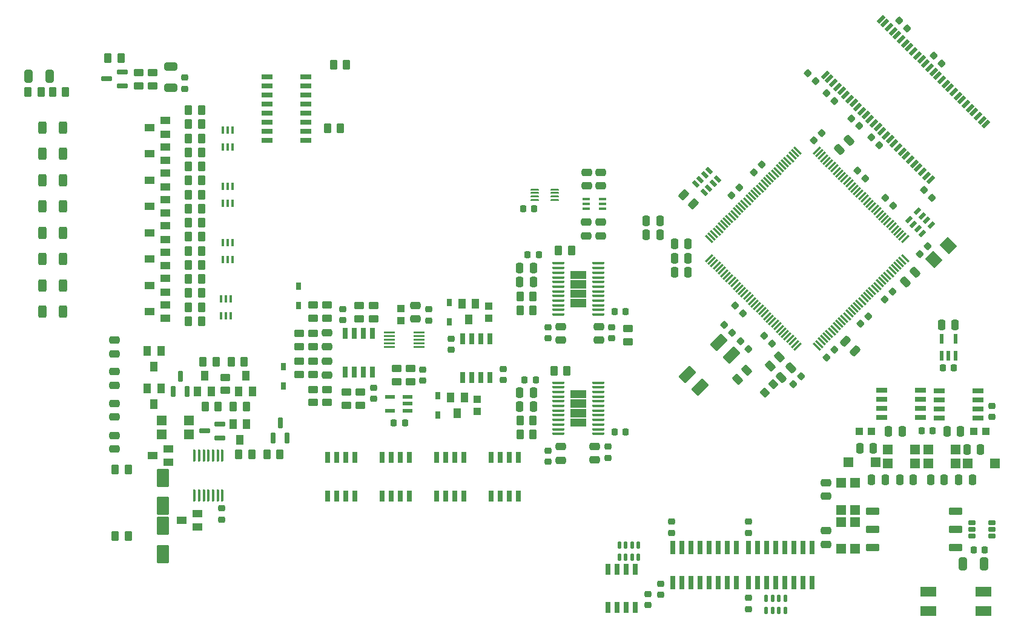
<source format=gbr>
%TF.GenerationSoftware,KiCad,Pcbnew,7.0.10-7.0.10~ubuntu22.04.1*%
%TF.CreationDate,2024-01-19T15:41:50+01:00*%
%TF.ProjectId,EEZ DIB MIO168,45455a20-4449-4422-904d-494f3136382e,r3B1*%
%TF.SameCoordinates,Original*%
%TF.FileFunction,Paste,Top*%
%TF.FilePolarity,Positive*%
%FSLAX46Y46*%
G04 Gerber Fmt 4.6, Leading zero omitted, Abs format (unit mm)*
G04 Created by KiCad (PCBNEW 7.0.10-7.0.10~ubuntu22.04.1) date 2024-01-19 15:41:50*
%MOMM*%
%LPD*%
G01*
G04 APERTURE LIST*
G04 Aperture macros list*
%AMRoundRect*
0 Rectangle with rounded corners*
0 $1 Rounding radius*
0 $2 $3 $4 $5 $6 $7 $8 $9 X,Y pos of 4 corners*
0 Add a 4 corners polygon primitive as box body*
4,1,4,$2,$3,$4,$5,$6,$7,$8,$9,$2,$3,0*
0 Add four circle primitives for the rounded corners*
1,1,$1+$1,$2,$3*
1,1,$1+$1,$4,$5*
1,1,$1+$1,$6,$7*
1,1,$1+$1,$8,$9*
0 Add four rect primitives between the rounded corners*
20,1,$1+$1,$2,$3,$4,$5,0*
20,1,$1+$1,$4,$5,$6,$7,0*
20,1,$1+$1,$6,$7,$8,$9,0*
20,1,$1+$1,$8,$9,$2,$3,0*%
G04 Aperture macros list end*
%ADD10RoundRect,0.250000X0.262500X0.450000X-0.262500X0.450000X-0.262500X-0.450000X0.262500X-0.450000X0*%
%ADD11RoundRect,0.050800X0.249200X-0.724200X0.249200X0.724200X-0.249200X0.724200X-0.249200X-0.724200X0*%
%ADD12RoundRect,0.050800X0.152400X-0.444500X0.152400X0.444500X-0.152400X0.444500X-0.152400X-0.444500X0*%
%ADD13RoundRect,0.250000X-0.312500X-0.625000X0.312500X-0.625000X0.312500X0.625000X-0.312500X0.625000X0*%
%ADD14R,0.762000X1.092200*%
%ADD15RoundRect,0.225000X0.017678X-0.335876X0.335876X-0.017678X-0.017678X0.335876X-0.335876X0.017678X0*%
%ADD16RoundRect,0.250000X-0.250000X-0.475000X0.250000X-0.475000X0.250000X0.475000X-0.250000X0.475000X0*%
%ADD17RoundRect,0.050800X0.649200X-0.449200X0.649200X0.449200X-0.649200X0.449200X-0.649200X-0.449200X0*%
%ADD18RoundRect,0.250000X0.450000X-0.262500X0.450000X0.262500X-0.450000X0.262500X-0.450000X-0.262500X0*%
%ADD19RoundRect,0.225000X-0.250000X0.225000X-0.250000X-0.225000X0.250000X-0.225000X0.250000X0.225000X0*%
%ADD20RoundRect,0.050800X0.724200X0.249200X-0.724200X0.249200X-0.724200X-0.249200X0.724200X-0.249200X0*%
%ADD21RoundRect,0.250000X0.250000X0.475000X-0.250000X0.475000X-0.250000X-0.475000X0.250000X-0.475000X0*%
%ADD22RoundRect,0.060036X0.701964X0.270164X-0.701964X0.270164X-0.701964X-0.270164X0.701964X-0.270164X0*%
%ADD23RoundRect,0.050800X-0.649200X-0.649200X0.649200X-0.649200X0.649200X0.649200X-0.649200X0.649200X0*%
%ADD24RoundRect,0.050800X0.444500X0.152400X-0.444500X0.152400X-0.444500X-0.152400X0.444500X-0.152400X0*%
%ADD25RoundRect,0.250000X-0.262500X-0.450000X0.262500X-0.450000X0.262500X0.450000X-0.262500X0.450000X0*%
%ADD26RoundRect,0.250000X-0.450000X0.262500X-0.450000X-0.262500X0.450000X-0.262500X0.450000X0.262500X0*%
%ADD27RoundRect,0.050800X-0.176777X0.458488X-0.458488X0.176777X0.176777X-0.458488X0.458488X-0.176777X0*%
%ADD28RoundRect,0.050800X0.649200X0.649200X-0.649200X0.649200X-0.649200X-0.649200X0.649200X-0.649200X0*%
%ADD29RoundRect,0.250000X-0.503814X-0.132583X-0.132583X-0.503814X0.503814X0.132583X0.132583X0.503814X0*%
%ADD30RoundRect,0.250000X0.475000X-0.250000X0.475000X0.250000X-0.475000X0.250000X-0.475000X-0.250000X0*%
%ADD31RoundRect,0.050800X0.449200X-0.249200X0.449200X0.249200X-0.449200X0.249200X-0.449200X-0.249200X0*%
%ADD32RoundRect,0.225000X0.250000X-0.225000X0.250000X0.225000X-0.250000X0.225000X-0.250000X-0.225000X0*%
%ADD33RoundRect,0.050800X0.449200X0.649200X-0.449200X0.649200X-0.449200X-0.649200X0.449200X-0.649200X0*%
%ADD34RoundRect,0.250000X-0.475000X0.250000X-0.475000X-0.250000X0.475000X-0.250000X0.475000X0.250000X0*%
%ADD35RoundRect,0.050800X-0.529199X-0.247487X-0.247487X-0.529199X0.529199X0.247487X0.247487X0.529199X0*%
%ADD36RoundRect,0.050800X0.529199X0.247487X0.247487X0.529199X-0.529199X-0.247487X-0.247487X-0.529199X0*%
%ADD37RoundRect,0.250000X0.159099X-0.512652X0.512652X-0.159099X-0.159099X0.512652X-0.512652X0.159099X0*%
%ADD38RoundRect,0.225000X0.225000X0.250000X-0.225000X0.250000X-0.225000X-0.250000X0.225000X-0.250000X0*%
%ADD39RoundRect,0.250000X-0.512652X-0.159099X-0.159099X-0.512652X0.512652X0.159099X0.159099X0.512652X0*%
%ADD40RoundRect,0.250000X0.650000X-0.325000X0.650000X0.325000X-0.650000X0.325000X-0.650000X-0.325000X0*%
%ADD41RoundRect,0.225000X-0.017678X0.335876X-0.335876X0.017678X0.017678X-0.335876X0.335876X-0.017678X0*%
%ADD42RoundRect,0.050800X0.649200X-0.649200X0.649200X0.649200X-0.649200X0.649200X-0.649200X-0.649200X0*%
%ADD43RoundRect,0.050800X1.049200X0.649200X-1.049200X0.649200X-1.049200X-0.649200X1.049200X-0.649200X0*%
%ADD44RoundRect,0.225000X-0.335876X-0.017678X-0.017678X-0.335876X0.335876X0.017678X0.017678X0.335876X0*%
%ADD45RoundRect,0.050800X-0.249200X0.724200X-0.249200X-0.724200X0.249200X-0.724200X0.249200X0.724200X0*%
%ADD46RoundRect,0.050800X0.849200X0.449200X-0.849200X0.449200X-0.849200X-0.449200X0.849200X-0.449200X0*%
%ADD47RoundRect,0.050800X-0.282843X-1.200950X1.200950X0.282843X0.282843X1.200950X-1.200950X-0.282843X0*%
%ADD48RoundRect,0.050800X0.787400X0.127000X-0.787400X0.127000X-0.787400X-0.127000X0.787400X-0.127000X0*%
%ADD49RoundRect,0.050800X-0.800100X1.181100X-0.800100X-1.181100X0.800100X-1.181100X0.800100X1.181100X0*%
%ADD50RoundRect,0.225000X-0.225000X-0.250000X0.225000X-0.250000X0.225000X0.250000X-0.225000X0.250000X0*%
%ADD51RoundRect,0.050800X0.199200X0.449200X-0.199200X0.449200X-0.199200X-0.449200X0.199200X-0.449200X0*%
%ADD52RoundRect,0.024000X0.276000X-0.926000X0.276000X0.926000X-0.276000X0.926000X-0.276000X-0.926000X0*%
%ADD53RoundRect,0.050800X0.499200X-0.449200X0.499200X0.449200X-0.499200X0.449200X-0.499200X-0.449200X0*%
%ADD54RoundRect,0.225000X0.335876X0.017678X0.017678X0.335876X-0.335876X-0.017678X-0.017678X-0.335876X0*%
%ADD55RoundRect,0.050800X0.070711X-1.130239X1.130239X-0.070711X-0.070711X1.130239X-1.130239X0.070711X0*%
%ADD56RoundRect,0.050800X-0.499200X0.449200X-0.499200X-0.449200X0.499200X-0.449200X0.499200X0.449200X0*%
%ADD57RoundRect,0.250000X-0.325000X-0.650000X0.325000X-0.650000X0.325000X0.650000X-0.325000X0.650000X0*%
%ADD58RoundRect,0.060036X0.270164X-0.701964X0.270164X0.701964X-0.270164X0.701964X-0.270164X-0.701964X0*%
%ADD59RoundRect,0.050800X-0.736600X-0.076200X0.736600X-0.076200X0.736600X0.076200X-0.736600X0.076200X0*%
%ADD60RoundRect,0.050800X0.800100X-1.181100X0.800100X1.181100X-0.800100X1.181100X-0.800100X-1.181100X0*%
%ADD61RoundRect,0.050800X0.449200X0.499200X-0.449200X0.499200X-0.449200X-0.499200X0.449200X-0.499200X0*%
%ADD62RoundRect,0.050800X-0.723900X-0.254000X0.723900X-0.254000X0.723900X0.254000X-0.723900X0.254000X0*%
%ADD63RoundRect,0.250000X0.325000X0.650000X-0.325000X0.650000X-0.325000X-0.650000X0.325000X-0.650000X0*%
%ADD64RoundRect,0.250000X-0.159099X0.512652X-0.512652X0.159099X0.159099X-0.512652X0.512652X-0.159099X0*%
%ADD65RoundRect,0.050800X-0.353553X-0.529199X0.529199X0.353553X0.353553X0.529199X-0.529199X-0.353553X0*%
%ADD66RoundRect,0.050800X0.529199X-0.353553X-0.353553X0.529199X-0.529199X0.353553X0.353553X-0.529199X0*%
%ADD67RoundRect,0.050800X0.353553X0.529199X-0.529199X-0.353553X-0.353553X-0.529199X0.529199X0.353553X0*%
%ADD68RoundRect,0.050800X-0.529199X0.353553X0.353553X-0.529199X0.529199X-0.353553X-0.353553X0.529199X0*%
%ADD69RoundRect,0.050800X-0.449200X-0.649200X0.449200X-0.649200X0.449200X0.649200X-0.449200X0.649200X0*%
%ADD70RoundRect,0.050800X0.458488X0.176777X0.176777X0.458488X-0.458488X-0.176777X-0.176777X-0.458488X0*%
%ADD71RoundRect,0.050800X0.228600X-0.609600X0.228600X0.609600X-0.228600X0.609600X-0.228600X-0.609600X0*%
%ADD72RoundRect,0.050800X-0.199200X-0.449200X0.199200X-0.449200X0.199200X0.449200X-0.199200X0.449200X0*%
%ADD73RoundRect,0.050800X-0.449200X-0.499200X0.449200X-0.499200X0.449200X0.499200X-0.449200X0.499200X0*%
%ADD74RoundRect,0.050800X0.609600X0.228600X-0.609600X0.228600X-0.609600X-0.228600X0.609600X-0.228600X0*%
%ADD75RoundRect,0.250000X-0.132583X0.503814X-0.503814X0.132583X0.132583X-0.503814X0.503814X-0.132583X0*%
%ADD76RoundRect,0.050800X0.035355X-0.670620X0.670620X-0.035355X-0.035355X0.670620X-0.670620X0.035355X0*%
%ADD77RoundRect,0.050800X-0.127000X0.787400X-0.127000X-0.787400X0.127000X-0.787400X0.127000X0.787400X0*%
%ADD78RoundRect,0.250000X0.132583X-0.503814X0.503814X-0.132583X-0.132583X0.503814X-0.503814X0.132583X0*%
%ADD79RoundRect,0.050800X0.533400X0.076200X-0.533400X0.076200X-0.533400X-0.076200X0.533400X-0.076200X0*%
G04 APERTURE END LIST*
%TO.C,IC13*%
G36*
X162789800Y-117402400D02*
G01*
X160551400Y-117402400D01*
X160551400Y-116256200D01*
X162789800Y-116256200D01*
X162789800Y-117402400D01*
G37*
G36*
X162789800Y-116081600D02*
G01*
X160551400Y-116081600D01*
X160551400Y-114935400D01*
X162789800Y-114935400D01*
X162789800Y-116081600D01*
G37*
G36*
X162789800Y-114760800D02*
G01*
X160551400Y-114760800D01*
X160551400Y-113614600D01*
X162789800Y-113614600D01*
X162789800Y-114760800D01*
G37*
G36*
X162789800Y-113440000D02*
G01*
X160551400Y-113440000D01*
X160551400Y-112293800D01*
X162789800Y-112293800D01*
X162789800Y-113440000D01*
G37*
%TO.C,IC12*%
G36*
X162789800Y-100701900D02*
G01*
X160551400Y-100701900D01*
X160551400Y-99555700D01*
X162789800Y-99555700D01*
X162789800Y-100701900D01*
G37*
G36*
X162789800Y-99381100D02*
G01*
X160551400Y-99381100D01*
X160551400Y-98234900D01*
X162789800Y-98234900D01*
X162789800Y-99381100D01*
G37*
G36*
X162789800Y-98060300D02*
G01*
X160551400Y-98060300D01*
X160551400Y-96914100D01*
X162789800Y-96914100D01*
X162789800Y-98060300D01*
G37*
G36*
X162789800Y-96739500D02*
G01*
X160551400Y-96739500D01*
X160551400Y-95593300D01*
X162789800Y-95593300D01*
X162789800Y-96739500D01*
G37*
%TD*%
D10*
%TO.C,R2*%
X86574000Y-70548500D03*
X84749000Y-70548500D03*
%TD*%
%TO.C,R1*%
X90003000Y-70548500D03*
X88178000Y-70548500D03*
%TD*%
D11*
%TO.C,IC17*%
X134244000Y-127096500D03*
X135514000Y-127096500D03*
X136784000Y-127096500D03*
X138054000Y-127096500D03*
X138054000Y-121696500D03*
X136784000Y-121696500D03*
X135514000Y-121696500D03*
X134244000Y-121696500D03*
%TD*%
D12*
%TO.C,Q1*%
X111998600Y-78234000D03*
X112648600Y-78234000D03*
X113298600Y-78234000D03*
X113298600Y-75897200D03*
X112648600Y-75897200D03*
X111998600Y-75897200D03*
%TD*%
D10*
%TO.C,R8*%
X160106600Y-109577600D03*
X158281600Y-109577600D03*
%TD*%
D13*
%TO.C,R34*%
X86739000Y-97663000D03*
X89664000Y-97663000D03*
%TD*%
D10*
%TO.C,R60*%
X119974600Y-121261600D03*
X118149600Y-121261600D03*
%TD*%
D14*
%TO.C,TVS1*%
X143637000Y-100027200D03*
X143637000Y-102745000D03*
%TD*%
D10*
%TO.C,R47*%
X108989100Y-96750600D03*
X107164100Y-96750600D03*
%TD*%
D15*
%TO.C,C36*%
X209446092Y-93234608D03*
X210542108Y-92138592D03*
%TD*%
D16*
%TO.C,C9*%
X210949100Y-124881100D03*
X212849100Y-124881100D03*
%TD*%
D17*
%TO.C,D20*%
X103906100Y-94906600D03*
X103906100Y-93006600D03*
X101706100Y-93956600D03*
%TD*%
D18*
%TO.C,R16*%
X133032100Y-102298600D03*
X133032100Y-100473600D03*
%TD*%
D19*
%TO.C,C20*%
X173164100Y-139409600D03*
X173164100Y-140959600D03*
%TD*%
D10*
%TO.C,R45*%
X108989100Y-92813600D03*
X107164100Y-92813600D03*
%TD*%
D20*
%TO.C,IC4*%
X217583600Y-116176600D03*
X217583600Y-114906600D03*
X217583600Y-113636600D03*
X217583600Y-112366600D03*
X212183600Y-112366600D03*
X212183600Y-113636600D03*
X212183600Y-114906600D03*
X212183600Y-116176600D03*
%TD*%
D21*
%TO.C,C87*%
X177035100Y-91861100D03*
X175135100Y-91861100D03*
%TD*%
D22*
%TO.C,Q10*%
X111569100Y-118988300D03*
X111569100Y-117057900D03*
X109410100Y-118023100D03*
%TD*%
D19*
%TO.C,C56*%
X165798100Y-120219900D03*
X165798100Y-121769900D03*
%TD*%
D23*
%TO.C,D5*%
X208719500Y-122555000D03*
X204919500Y-122555000D03*
%TD*%
D17*
%TO.C,D17*%
X103906100Y-83857600D03*
X103906100Y-81957600D03*
X101706100Y-82907600D03*
%TD*%
D24*
%TO.C,Q5*%
X165086900Y-86897700D03*
X165086900Y-86247700D03*
X165086900Y-85597700D03*
X162750100Y-85597700D03*
X162750100Y-86247700D03*
X162750100Y-86897700D03*
%TD*%
D10*
%TO.C,R49*%
X108989100Y-100687600D03*
X107164100Y-100687600D03*
%TD*%
D25*
%TO.C,R38*%
X107164100Y-79034100D03*
X108989100Y-79034100D03*
%TD*%
%TO.C,R44*%
X107164100Y-90845100D03*
X108989100Y-90845100D03*
%TD*%
D26*
%TO.C,R56*%
X112343800Y-110506600D03*
X112343800Y-112331600D03*
%TD*%
D19*
%TO.C,C58*%
X157416100Y-103468600D03*
X157416100Y-105018600D03*
%TD*%
D21*
%TO.C,C7*%
X208531100Y-124817600D03*
X206631100Y-124817600D03*
%TD*%
D27*
%TO.C,RN4*%
X179994653Y-81542465D03*
X179358257Y-82178861D03*
X178721861Y-82815257D03*
X178085465Y-83451653D03*
X179287547Y-84653735D03*
X179923943Y-84017339D03*
X180560339Y-83380943D03*
X181196735Y-82744547D03*
%TD*%
D28*
%TO.C,D8*%
X210634100Y-122555000D03*
X214434100Y-122555000D03*
%TD*%
D13*
%TO.C,R32*%
X86739000Y-82931000D03*
X89664000Y-82931000D03*
%TD*%
D29*
%TO.C,R4*%
X176455865Y-84929365D03*
X177746335Y-86219835D03*
%TD*%
D13*
%TO.C,R27*%
X86739000Y-79248000D03*
X89664000Y-79248000D03*
%TD*%
D30*
%TO.C,C4*%
X196341600Y-127164600D03*
X196341600Y-125264600D03*
%TD*%
D31*
%TO.C,IC1*%
X216747100Y-130852600D03*
X216747100Y-131802600D03*
X216747100Y-132752596D03*
X219497100Y-132752596D03*
X219497100Y-131802600D03*
X219497100Y-130852600D03*
%TD*%
D30*
%TO.C,C68*%
X96837100Y-107225600D03*
X96837100Y-105325600D03*
%TD*%
D21*
%TO.C,C89*%
X173098100Y-88622600D03*
X171198100Y-88622600D03*
%TD*%
D30*
%TO.C,C62*%
X159258000Y-105280500D03*
X159258000Y-103380500D03*
%TD*%
D32*
%TO.C,C70*%
X139954000Y-110987600D03*
X139954000Y-109437600D03*
%TD*%
D33*
%TO.C,D11*%
X147317100Y-100222600D03*
X145417100Y-100222600D03*
X146367100Y-102422600D03*
%TD*%
D34*
%TO.C,C71*%
X138937600Y-100436100D03*
X138937600Y-102336100D03*
%TD*%
D25*
%TO.C,R57*%
X109196100Y-108307600D03*
X111021100Y-108307600D03*
%TD*%
D32*
%TO.C,C69*%
X140779100Y-102542100D03*
X140779100Y-100992100D03*
%TD*%
D19*
%TO.C,C21*%
X174688100Y-130710100D03*
X174688100Y-132260100D03*
%TD*%
D35*
%TO.C,IC10*%
X196209947Y-68164732D03*
X196775632Y-68730418D03*
X197341317Y-69296103D03*
X197907003Y-69861789D03*
X198472688Y-70427474D03*
X199038374Y-70993160D03*
X199604059Y-71558845D03*
X200169745Y-72124530D03*
X200735430Y-72690216D03*
X201301115Y-73255901D03*
X201866801Y-73821587D03*
X202432486Y-74387272D03*
X202998172Y-74952958D03*
X203563857Y-75518643D03*
X204129542Y-76084328D03*
X204695228Y-76650014D03*
X205260913Y-77215699D03*
X205826599Y-77781385D03*
X206392284Y-78347070D03*
X206957970Y-78912755D03*
X207523655Y-79478441D03*
X208089340Y-80044126D03*
X208655026Y-80609812D03*
X209220711Y-81175497D03*
X209786397Y-81741183D03*
X210352082Y-82306868D03*
X210917768Y-82872553D03*
D36*
X218699053Y-75091268D03*
X218133368Y-74525582D03*
X217567683Y-73959897D03*
X217001997Y-73394211D03*
X216436312Y-72828526D03*
X215870626Y-72262840D03*
X215304941Y-71697155D03*
X214739255Y-71131470D03*
X214173570Y-70565784D03*
X213607885Y-70000099D03*
X213042199Y-69434413D03*
X212476514Y-68868728D03*
X211910828Y-68303042D03*
X211345143Y-67737357D03*
X210779458Y-67171672D03*
X210213772Y-66605986D03*
X209648087Y-66040301D03*
X209082401Y-65474615D03*
X208516716Y-64908930D03*
X207951030Y-64343245D03*
X207385345Y-63777559D03*
X206819660Y-63211874D03*
X206253974Y-62646188D03*
X205688289Y-62080503D03*
X205122603Y-61514817D03*
X204556918Y-60949132D03*
X203991232Y-60383447D03*
%TD*%
D25*
%TO.C,R12*%
X153519100Y-118531100D03*
X155344100Y-118531100D03*
%TD*%
D37*
%TO.C,C33*%
X207417749Y-97128251D03*
X208761251Y-95784749D03*
%TD*%
D16*
%TO.C,C11*%
X201043100Y-120436100D03*
X202943100Y-120436100D03*
%TD*%
D18*
%TO.C,R23*%
X126555100Y-102235100D03*
X126555100Y-100410100D03*
%TD*%
D13*
%TO.C,R28*%
X86739000Y-86614000D03*
X89664000Y-86614000D03*
%TD*%
D12*
%TO.C,Q2*%
X111998600Y-86108000D03*
X112648600Y-86108000D03*
X113298600Y-86108000D03*
X113298600Y-83771200D03*
X112648600Y-83771200D03*
X111998600Y-83771200D03*
%TD*%
D38*
%TO.C,C59*%
X155715000Y-110871000D03*
X154165000Y-110871000D03*
%TD*%
D30*
%TO.C,C54*%
X163957000Y-122044500D03*
X163957000Y-120144500D03*
%TD*%
D25*
%TO.C,R58*%
X114212600Y-121261600D03*
X116037600Y-121261600D03*
%TD*%
D39*
%TO.C,C90*%
X199035349Y-105476849D03*
X200378851Y-106820351D03*
%TD*%
D40*
%TO.C,C83*%
X104711500Y-69991500D03*
X104711500Y-67041500D03*
%TD*%
D11*
%TO.C,IC20*%
X149484000Y-127096500D03*
X150754000Y-127096500D03*
X152024000Y-127096500D03*
X153294000Y-127096500D03*
X153294000Y-121696500D03*
X152024000Y-121696500D03*
X150754000Y-121696500D03*
X149484000Y-121696500D03*
%TD*%
D26*
%TO.C,R17*%
X124586600Y-112221100D03*
X124586600Y-114046100D03*
%TD*%
D41*
%TO.C,C24*%
X192851008Y-110375792D03*
X191754992Y-111471808D03*
%TD*%
D19*
%TO.C,C50*%
X133032100Y-111977600D03*
X133032100Y-113527600D03*
%TD*%
D30*
%TO.C,C67*%
X96837100Y-111607100D03*
X96837100Y-109707100D03*
%TD*%
D17*
%TO.C,D16*%
X103906100Y-80174600D03*
X103906100Y-78274600D03*
X101706100Y-79224600D03*
%TD*%
D42*
%TO.C,D3*%
X200405600Y-130728100D03*
X200405600Y-134528100D03*
%TD*%
D21*
%TO.C,C13*%
X206943600Y-118086600D03*
X205043600Y-118086600D03*
%TD*%
D10*
%TO.C,R64*%
X128420100Y-75630500D03*
X126595100Y-75630500D03*
%TD*%
D43*
%TO.C,L1*%
X210589100Y-140465600D03*
X210589100Y-143205600D03*
X218289100Y-143205600D03*
X218289100Y-140465600D03*
%TD*%
D19*
%TO.C,C18*%
X171449600Y-140806600D03*
X171449600Y-142356600D03*
%TD*%
D13*
%TO.C,R30*%
X86739000Y-101346000D03*
X89664000Y-101346000D03*
%TD*%
D15*
%TO.C,C38*%
X186268592Y-81868108D03*
X187364608Y-80772092D03*
%TD*%
D17*
%TO.C,D19*%
X103906100Y-91223600D03*
X103906100Y-89323600D03*
X101706100Y-90273600D03*
%TD*%
D16*
%TO.C,C15*%
X212473500Y-103187500D03*
X214373500Y-103187500D03*
%TD*%
%TO.C,C65*%
X153481600Y-97195100D03*
X155381600Y-97195100D03*
%TD*%
D30*
%TO.C,C64*%
X159258000Y-122108000D03*
X159258000Y-120208000D03*
%TD*%
D19*
%TO.C,C55*%
X166369600Y-103468600D03*
X166369600Y-105018600D03*
%TD*%
D44*
%TO.C,C43*%
X196405500Y-70739000D03*
X197501516Y-71835016D03*
%TD*%
D25*
%TO.C,R10*%
X153519100Y-101132100D03*
X155344100Y-101132100D03*
%TD*%
D20*
%TO.C,IC3*%
X209519100Y-116113100D03*
X209519100Y-114843100D03*
X209519100Y-113573100D03*
X209519100Y-112303100D03*
X204119100Y-112303100D03*
X204119100Y-113573100D03*
X204119100Y-114843100D03*
X204119100Y-116113100D03*
%TD*%
D26*
%TO.C,R25*%
X124586600Y-100410100D03*
X124586600Y-102235100D03*
%TD*%
D10*
%TO.C,R35*%
X108989100Y-73128600D03*
X107164100Y-73128600D03*
%TD*%
D25*
%TO.C,R42*%
X107164100Y-86908100D03*
X108989100Y-86908100D03*
%TD*%
D45*
%TO.C,IC5*%
X169666600Y-137332200D03*
X168396600Y-137332200D03*
X167126600Y-137332200D03*
X165856600Y-137332200D03*
X165856600Y-142732200D03*
X167126600Y-142732200D03*
X168396600Y-142732200D03*
X169666600Y-142732200D03*
%TD*%
D46*
%TO.C,TR1*%
X214460600Y-134342600D03*
X214460600Y-131802600D03*
X214460600Y-129262600D03*
X202860600Y-129262600D03*
X202860600Y-131802600D03*
X202860600Y-134342600D03*
%TD*%
D26*
%TO.C,R13*%
X138239100Y-109300100D03*
X138239100Y-111125100D03*
%TD*%
D28*
%TO.C,D26*%
X103446100Y-118531100D03*
X107246100Y-118531100D03*
%TD*%
D21*
%TO.C,C85*%
X177035100Y-95798100D03*
X175135100Y-95798100D03*
%TD*%
D26*
%TO.C,R26*%
X122618100Y-108284100D03*
X122618100Y-110109100D03*
%TD*%
D30*
%TO.C,C76*%
X96837100Y-120560600D03*
X96837100Y-118660600D03*
%TD*%
D13*
%TO.C,R31*%
X86739000Y-75565000D03*
X89664000Y-75565000D03*
%TD*%
D47*
%TO.C,Y1*%
X178678597Y-111863370D03*
X183126299Y-107415668D03*
X181365603Y-105640830D03*
X176910830Y-110095603D03*
%TD*%
D48*
%TO.C,IC13*%
X164490000Y-118423100D03*
X164490000Y-117773100D03*
X164490000Y-117123103D03*
X164490000Y-116473100D03*
X164490000Y-115823103D03*
X164490000Y-115173100D03*
X164490000Y-114523104D03*
X164490000Y-113873100D03*
X164490000Y-113223104D03*
X164490000Y-112573100D03*
X164490000Y-111923104D03*
X164490000Y-111273100D03*
X158851200Y-111273100D03*
X158851200Y-111923100D03*
X158851200Y-112573100D03*
X158851200Y-113223100D03*
X158851200Y-113873100D03*
X158851200Y-114523100D03*
X158851200Y-115173096D03*
X158851200Y-115823100D03*
X158851200Y-116473096D03*
X158851200Y-117123100D03*
X158851200Y-117773096D03*
X158851200Y-118423100D03*
%TD*%
D10*
%TO.C,R39*%
X108989100Y-81002600D03*
X107164100Y-81002600D03*
%TD*%
D49*
%TO.C,ZD2*%
X103631600Y-135267700D03*
X103631600Y-131305300D03*
%TD*%
D38*
%TO.C,C2*%
X218516500Y-134683500D03*
X216966500Y-134683500D03*
%TD*%
%TO.C,C39*%
X155524500Y-86931500D03*
X153974500Y-86931500D03*
%TD*%
D28*
%TO.C,D6*%
X204919100Y-120626600D03*
X208719100Y-120626600D03*
%TD*%
D44*
%TO.C,C48*%
X211414992Y-65491992D03*
X212511008Y-66588008D03*
%TD*%
D11*
%TO.C,IC18*%
X141864000Y-127096500D03*
X143134000Y-127096500D03*
X144404000Y-127096500D03*
X145674000Y-127096500D03*
X145674000Y-121696500D03*
X144404000Y-121696500D03*
X143134000Y-121696500D03*
X141864000Y-121696500D03*
%TD*%
D26*
%TO.C,R20*%
X129222100Y-112602100D03*
X129222100Y-114427100D03*
%TD*%
D18*
%TO.C,R6*%
X168592100Y-105537100D03*
X168592100Y-103712100D03*
%TD*%
D14*
%TO.C,TVS2*%
X142049500Y-113044700D03*
X142049500Y-115762500D03*
%TD*%
D38*
%TO.C,C57*%
X156159100Y-93385100D03*
X154609100Y-93385100D03*
%TD*%
D30*
%TO.C,C75*%
X96837100Y-116052100D03*
X96837100Y-114152100D03*
%TD*%
D23*
%TO.C,D25*%
X107246100Y-116586000D03*
X103446100Y-116586000D03*
%TD*%
D50*
%TO.C,C51*%
X166737600Y-101322600D03*
X168287600Y-101322600D03*
%TD*%
D17*
%TO.C,D18*%
X103906100Y-87540600D03*
X103906100Y-85640600D03*
X101706100Y-86590600D03*
%TD*%
D51*
%TO.C,RN1*%
X190643100Y-141430100D03*
X189743100Y-141430100D03*
X188843100Y-141430100D03*
X187943100Y-141430100D03*
X187943100Y-143130100D03*
X188843100Y-143130100D03*
X189743100Y-143130100D03*
X190643100Y-143130100D03*
%TD*%
D44*
%TO.C,C40*%
X182077592Y-103187592D03*
X183173608Y-104283608D03*
%TD*%
D17*
%TO.C,D15*%
X103906100Y-76491600D03*
X103906100Y-74591600D03*
X101706100Y-75541600D03*
%TD*%
D16*
%TO.C,C61*%
X153481600Y-95226600D03*
X155381600Y-95226600D03*
%TD*%
D52*
%TO.C,IC6*%
X185483100Y-139215600D03*
X186753100Y-139215600D03*
X188023100Y-139215600D03*
X189293100Y-139215600D03*
X190563100Y-139215600D03*
X191833100Y-139215600D03*
X193103100Y-139215600D03*
X194373100Y-139215600D03*
X194373100Y-134295600D03*
X193103100Y-134295600D03*
X191833100Y-134295600D03*
X190563100Y-134295600D03*
X189293100Y-134295600D03*
X188023100Y-134295600D03*
X186753100Y-134295600D03*
X185483100Y-134295600D03*
%TD*%
D26*
%TO.C,R21*%
X124586600Y-104359800D03*
X124586600Y-106184800D03*
%TD*%
D32*
%TO.C,C49*%
X128714100Y-102478600D03*
X128714100Y-100928600D03*
%TD*%
D21*
%TO.C,C12*%
X217929500Y-120586500D03*
X216029500Y-120586500D03*
%TD*%
D50*
%TO.C,C72*%
X135876600Y-116880100D03*
X137426600Y-116880100D03*
%TD*%
D14*
%TO.C,TVS4*%
X120421000Y-111711200D03*
X120421000Y-108993400D03*
%TD*%
D53*
%TO.C,L7*%
X136905600Y-102553600D03*
X136905600Y-100853600D03*
%TD*%
D13*
%TO.C,R29*%
X86739000Y-93980000D03*
X89664000Y-93980000D03*
%TD*%
D18*
%TO.C,R52*%
X100202600Y-69723100D03*
X100202600Y-67898100D03*
%TD*%
D44*
%TO.C,C37*%
X200746592Y-81597592D03*
X201842608Y-82693608D03*
%TD*%
D54*
%TO.C,C25*%
X184698008Y-101576508D03*
X183601992Y-100480492D03*
%TD*%
D55*
%TO.C,C32*%
X211417151Y-94057549D03*
X213397049Y-92077651D03*
%TD*%
D25*
%TO.C,R46*%
X107164100Y-94782100D03*
X108989100Y-94782100D03*
%TD*%
D10*
%TO.C,R7*%
X160741600Y-92750100D03*
X158916600Y-92750100D03*
%TD*%
D11*
%TO.C,IC19*%
X129100100Y-109737600D03*
X130370100Y-109737600D03*
X131640100Y-109737600D03*
X132910100Y-109737600D03*
X132910100Y-104337600D03*
X131640100Y-104337600D03*
X130370100Y-104337600D03*
X129100100Y-104337600D03*
%TD*%
D50*
%TO.C,C10*%
X212648500Y-109220000D03*
X214198500Y-109220000D03*
%TD*%
D33*
%TO.C,D12*%
X145729600Y-113303600D03*
X143829600Y-113303600D03*
X144779600Y-115503600D03*
%TD*%
D54*
%TO.C,C41*%
X185459608Y-106569608D03*
X184363592Y-105473592D03*
%TD*%
D18*
%TO.C,R19*%
X131063600Y-102298600D03*
X131063600Y-100473600D03*
%TD*%
D48*
%TO.C,IC12*%
X164490000Y-101722600D03*
X164490000Y-101072600D03*
X164490000Y-100422603D03*
X164490000Y-99772600D03*
X164490000Y-99122603D03*
X164490000Y-98472600D03*
X164490000Y-97822604D03*
X164490000Y-97172600D03*
X164490000Y-96522604D03*
X164490000Y-95872600D03*
X164490000Y-95222604D03*
X164490000Y-94572600D03*
X158851200Y-94572600D03*
X158851200Y-95222600D03*
X158851200Y-95872600D03*
X158851200Y-96522600D03*
X158851200Y-97172600D03*
X158851200Y-97822600D03*
X158851200Y-98472596D03*
X158851200Y-99122600D03*
X158851200Y-99772596D03*
X158851200Y-100422600D03*
X158851200Y-101072596D03*
X158851200Y-101722600D03*
%TD*%
D56*
%TO.C,L6*%
X147510100Y-113553600D03*
X147510100Y-115253600D03*
%TD*%
D28*
%TO.C,D7*%
X216095500Y-122555000D03*
X219895500Y-122555000D03*
%TD*%
D10*
%TO.C,R63*%
X129296400Y-66753200D03*
X127471400Y-66753200D03*
%TD*%
D34*
%TO.C,C82*%
X162839000Y-81805200D03*
X162839000Y-83705200D03*
%TD*%
D21*
%TO.C,C14*%
X215135100Y-118086600D03*
X213235100Y-118086600D03*
%TD*%
D18*
%TO.C,R18*%
X131190600Y-114427100D03*
X131190600Y-112602100D03*
%TD*%
D32*
%TO.C,C81*%
X106616500Y-70117000D03*
X106616500Y-68567000D03*
%TD*%
%TO.C,C77*%
X151193100Y-110860600D03*
X151193100Y-109310600D03*
%TD*%
D57*
%TO.C,C3*%
X215441000Y-136588500D03*
X218391000Y-136588500D03*
%TD*%
D58*
%TO.C,Q9*%
X105066700Y-112498600D03*
X106997100Y-112498600D03*
X106031900Y-110339600D03*
%TD*%
D30*
%TO.C,C73*%
X126555100Y-106209600D03*
X126555100Y-104309600D03*
%TD*%
D59*
%TO.C,IC15*%
X135254600Y-104259600D03*
X135254600Y-104759600D03*
X135254600Y-105259600D03*
X135254600Y-105759600D03*
X135254600Y-106259600D03*
X139445600Y-106259600D03*
X139445600Y-105759600D03*
X139445600Y-105259600D03*
X139445600Y-104759600D03*
X139445600Y-104259600D03*
%TD*%
D50*
%TO.C,C52*%
X166737600Y-118150100D03*
X168287600Y-118150100D03*
%TD*%
D60*
%TO.C,ZD1*%
X103631600Y-124550900D03*
X103631600Y-128513300D03*
%TD*%
D25*
%TO.C,R48*%
X107164100Y-98719100D03*
X108989100Y-98719100D03*
%TD*%
%TO.C,R40*%
X107164100Y-82971100D03*
X108989100Y-82971100D03*
%TD*%
D61*
%TO.C,L3*%
X218654600Y-118086600D03*
X216954600Y-118086600D03*
%TD*%
D10*
%TO.C,R53*%
X97749600Y-65826100D03*
X95924600Y-65826100D03*
%TD*%
D42*
%TO.C,D4*%
X200405600Y-125267100D03*
X200405600Y-129067100D03*
%TD*%
D10*
%TO.C,R54*%
X111338600Y-114594100D03*
X109513600Y-114594100D03*
%TD*%
D15*
%TO.C,C29*%
X194650992Y-77383008D03*
X195747008Y-76286992D03*
%TD*%
D30*
%TO.C,C74*%
X126555100Y-110159300D03*
X126555100Y-108259300D03*
%TD*%
D18*
%TO.C,R15*%
X122618100Y-106184800D03*
X122618100Y-104359800D03*
%TD*%
D25*
%TO.C,R61*%
X96940600Y-123420600D03*
X98765600Y-123420600D03*
%TD*%
%TO.C,R36*%
X107164100Y-75097100D03*
X108989100Y-75097100D03*
%TD*%
D42*
%TO.C,D1*%
X198437100Y-130728100D03*
X198437100Y-134528100D03*
%TD*%
D12*
%TO.C,Q4*%
X111744600Y-101856000D03*
X112394600Y-101856000D03*
X113044600Y-101856000D03*
X113044600Y-99519200D03*
X112394600Y-99519200D03*
X111744600Y-99519200D03*
%TD*%
D22*
%TO.C,IC21*%
X97916600Y-69712300D03*
X97916600Y-67781900D03*
X95757600Y-68747100D03*
%TD*%
D62*
%TO.C,IC23*%
X118173100Y-68480400D03*
X118173100Y-69750400D03*
X118173100Y-71020400D03*
X118173100Y-72290400D03*
X118173100Y-73560400D03*
X118173100Y-74830400D03*
X118173100Y-76100400D03*
X118173100Y-77370400D03*
X123557900Y-77370400D03*
X123557900Y-76100400D03*
X123557900Y-74830400D03*
X123557900Y-73560400D03*
X123557900Y-72290400D03*
X123557900Y-71020400D03*
X123557900Y-69750400D03*
X123557900Y-68480400D03*
%TD*%
D52*
%TO.C,IC7*%
X174878600Y-139215600D03*
X176148600Y-139215600D03*
X177418600Y-139215600D03*
X178688600Y-139215600D03*
X179958600Y-139215600D03*
X181228600Y-139215600D03*
X182498600Y-139215600D03*
X183768600Y-139215600D03*
X183768600Y-134295600D03*
X182498600Y-134295600D03*
X181228600Y-134295600D03*
X179958600Y-134295600D03*
X178688600Y-134295600D03*
X177418600Y-134295600D03*
X176148600Y-134295600D03*
X174878600Y-134295600D03*
%TD*%
D44*
%TO.C,C28*%
X204620092Y-85407592D03*
X205716108Y-86503608D03*
%TD*%
D25*
%TO.C,R11*%
X153519100Y-116562600D03*
X155344100Y-116562600D03*
%TD*%
D63*
%TO.C,C1*%
X87771500Y-68389500D03*
X84821500Y-68389500D03*
%TD*%
D64*
%TO.C,C31*%
X199553751Y-77306249D03*
X198210249Y-78649751D03*
%TD*%
D41*
%TO.C,C26*%
X197473808Y-106667392D03*
X196377792Y-107763408D03*
%TD*%
D32*
%TO.C,C91*%
X111823100Y-130405900D03*
X111823100Y-128855900D03*
%TD*%
D17*
%TO.C,D24*%
X108414600Y-131482600D03*
X108414600Y-129582600D03*
X106214600Y-130532600D03*
%TD*%
D44*
%TO.C,C34*%
X187640192Y-104724292D03*
X188736208Y-105820308D03*
%TD*%
D17*
%TO.C,D21*%
X103906100Y-98589600D03*
X103906100Y-96689600D03*
X101706100Y-97639600D03*
%TD*%
D19*
%TO.C,C19*%
X185483100Y-141378100D03*
X185483100Y-142928100D03*
%TD*%
D41*
%TO.C,C27*%
X205653008Y-98511992D03*
X204556992Y-99608008D03*
%TD*%
D65*
%TO.C,IC8*%
X179974406Y-93821925D03*
X180327960Y-94175479D03*
X180681513Y-94529032D03*
X181035066Y-94882585D03*
X181388620Y-95236139D03*
X181742173Y-95589692D03*
X182095726Y-95943246D03*
X182449280Y-96296799D03*
X182802833Y-96650352D03*
X183156387Y-97003906D03*
X183509940Y-97357459D03*
X183863493Y-97711013D03*
X184217047Y-98064566D03*
X184570600Y-98418119D03*
X184924154Y-98771673D03*
X185277707Y-99125226D03*
X185631260Y-99478779D03*
X185984814Y-99832333D03*
X186338367Y-100185886D03*
X186691921Y-100539440D03*
X187045474Y-100892993D03*
X187399027Y-101246546D03*
X187752581Y-101600100D03*
X188106134Y-101953653D03*
X188459687Y-102307207D03*
X188813241Y-102660760D03*
X189166794Y-103014313D03*
X189520348Y-103367867D03*
X189873901Y-103721420D03*
X190227454Y-104074974D03*
X190581008Y-104428527D03*
X190934561Y-104782080D03*
X191288115Y-105135634D03*
X191641668Y-105489187D03*
X191995221Y-105842740D03*
X192348775Y-106196294D03*
D66*
X195000425Y-106196294D03*
X195353979Y-105842740D03*
X195707532Y-105489187D03*
X196061085Y-105135634D03*
X196414639Y-104782080D03*
X196768192Y-104428527D03*
X197121746Y-104074974D03*
X197475299Y-103721420D03*
X197828852Y-103367867D03*
X198182406Y-103014313D03*
X198535959Y-102660760D03*
X198889513Y-102307207D03*
X199243066Y-101953653D03*
X199596619Y-101600100D03*
X199950173Y-101246546D03*
X200303726Y-100892993D03*
X200657279Y-100539440D03*
X201010833Y-100185886D03*
X201364386Y-99832333D03*
X201717940Y-99478779D03*
X202071493Y-99125226D03*
X202425046Y-98771673D03*
X202778600Y-98418119D03*
X203132153Y-98064566D03*
X203485707Y-97711013D03*
X203839260Y-97357459D03*
X204192813Y-97003906D03*
X204546367Y-96650352D03*
X204899920Y-96296799D03*
X205253474Y-95943246D03*
X205607027Y-95589692D03*
X205960580Y-95236139D03*
X206314134Y-94882585D03*
X206667687Y-94529032D03*
X207021240Y-94175479D03*
X207374794Y-93821925D03*
D67*
X207374794Y-91170275D03*
X207021240Y-90816721D03*
X206667687Y-90463168D03*
X206314134Y-90109615D03*
X205960580Y-89756061D03*
X205607027Y-89402508D03*
X205253474Y-89048954D03*
X204899920Y-88695401D03*
X204546367Y-88341848D03*
X204192813Y-87988294D03*
X203839260Y-87634741D03*
X203485707Y-87281187D03*
X203132153Y-86927634D03*
X202778600Y-86574081D03*
X202425046Y-86220527D03*
X202071493Y-85866974D03*
X201717940Y-85513421D03*
X201364386Y-85159867D03*
X201010833Y-84806314D03*
X200657279Y-84452760D03*
X200303726Y-84099207D03*
X199950173Y-83745654D03*
X199596619Y-83392100D03*
X199243066Y-83038547D03*
X198889513Y-82684993D03*
X198535959Y-82331440D03*
X198182406Y-81977887D03*
X197828852Y-81624333D03*
X197475299Y-81270780D03*
X197121746Y-80917226D03*
X196768192Y-80563673D03*
X196414639Y-80210120D03*
X196061085Y-79856566D03*
X195707532Y-79503013D03*
X195353979Y-79149460D03*
X195000425Y-78795906D03*
D68*
X192348775Y-78795906D03*
X191995221Y-79149460D03*
X191641668Y-79503013D03*
X191288115Y-79856566D03*
X190934561Y-80210120D03*
X190581008Y-80563673D03*
X190227454Y-80917226D03*
X189873901Y-81270780D03*
X189520348Y-81624333D03*
X189166794Y-81977887D03*
X188813241Y-82331440D03*
X188459687Y-82684993D03*
X188106134Y-83038547D03*
X187752581Y-83392100D03*
X187399027Y-83745654D03*
X187045474Y-84099207D03*
X186691921Y-84452760D03*
X186338367Y-84806314D03*
X185984814Y-85159867D03*
X185631260Y-85513421D03*
X185277707Y-85866974D03*
X184924154Y-86220527D03*
X184570600Y-86574081D03*
X184217047Y-86927634D03*
X183863493Y-87281187D03*
X183509940Y-87634741D03*
X183156387Y-87988294D03*
X182802833Y-88341848D03*
X182449280Y-88695401D03*
X182095726Y-89048954D03*
X181742173Y-89402508D03*
X181388620Y-89756061D03*
X181035066Y-90109615D03*
X180681513Y-90463168D03*
X180327960Y-90816721D03*
X179974406Y-91170275D03*
%TD*%
D69*
%TO.C,Q6*%
X108460100Y-112519100D03*
X109410100Y-110319100D03*
X110360100Y-112519100D03*
%TD*%
D25*
%TO.C,R50*%
X107164100Y-102656100D03*
X108989100Y-102656100D03*
%TD*%
D16*
%TO.C,C63*%
X153481600Y-112625600D03*
X155381600Y-112625600D03*
%TD*%
D42*
%TO.C,D2*%
X198437100Y-125267100D03*
X198437100Y-129067100D03*
%TD*%
D33*
%TO.C,D14*%
X103311600Y-112097100D03*
X101411600Y-112097100D03*
X102361600Y-114297100D03*
%TD*%
D34*
%TO.C,C84*%
X164807500Y-81805200D03*
X164807500Y-83705200D03*
%TD*%
D70*
%TO.C,RN3*%
X211014688Y-89158188D03*
X210378292Y-88521792D03*
X209741896Y-87885396D03*
X209105500Y-87249000D03*
X207903418Y-88451082D03*
X208539814Y-89087478D03*
X209176210Y-89723874D03*
X209812606Y-90360270D03*
%TD*%
D64*
%TO.C,C23*%
X191399951Y-109210649D03*
X190056449Y-110554151D03*
%TD*%
D17*
%TO.C,D23*%
X104330500Y-122423000D03*
X104330500Y-120523000D03*
X102130500Y-121473000D03*
%TD*%
D23*
%TO.C,D10*%
X214434100Y-120626600D03*
X210634100Y-120626600D03*
%TD*%
D71*
%TO.C,IC2*%
X212498500Y-107494800D03*
X213448500Y-107494800D03*
X214398500Y-107494800D03*
X214398500Y-105107200D03*
X212498500Y-105107200D03*
%TD*%
D19*
%TO.C,C78*%
X143890600Y-105119600D03*
X143890600Y-106669600D03*
%TD*%
D72*
%TO.C,RN2*%
X167407200Y-135649800D03*
X168307200Y-135649800D03*
X169207200Y-135649800D03*
X170107200Y-135649800D03*
X170107200Y-133949800D03*
X169207200Y-133949800D03*
X168307200Y-133949800D03*
X167407200Y-133949800D03*
%TD*%
D73*
%TO.C,L2*%
X200952600Y-118086600D03*
X202652600Y-118086600D03*
%TD*%
D54*
%TO.C,C42*%
X194858008Y-69064508D03*
X193761992Y-67968492D03*
%TD*%
D74*
%TO.C,IC16*%
X137781900Y-115163100D03*
X137781900Y-114213100D03*
X137781900Y-113263100D03*
X135394300Y-113263100D03*
X135394300Y-115163100D03*
%TD*%
D75*
%TO.C,R3*%
X189811335Y-107662365D03*
X188520865Y-108952835D03*
%TD*%
D54*
%TO.C,C47*%
X207685008Y-61698508D03*
X206588992Y-60602492D03*
%TD*%
D15*
%TO.C,C30*%
X183093592Y-85043108D03*
X184189608Y-83947092D03*
%TD*%
D76*
%TO.C,L4*%
X187739559Y-112655141D03*
X188941641Y-111453059D03*
%TD*%
D77*
%TO.C,IC22*%
X111931600Y-121426700D03*
X111281600Y-121426700D03*
X110631600Y-121426700D03*
X109981600Y-121426700D03*
X109331600Y-121426700D03*
X108681600Y-121426700D03*
X108031600Y-121426700D03*
X108031600Y-127065500D03*
X108681600Y-127065500D03*
X109331600Y-127065500D03*
X109981600Y-127065500D03*
X110631600Y-127065500D03*
X111281600Y-127065500D03*
X111931600Y-127065500D03*
%TD*%
D19*
%TO.C,C17*%
X219519100Y-114517600D03*
X219519100Y-116067600D03*
%TD*%
D25*
%TO.C,R59*%
X113133100Y-108307600D03*
X114958100Y-108307600D03*
%TD*%
D21*
%TO.C,C86*%
X177035100Y-93829600D03*
X175135100Y-93829600D03*
%TD*%
D10*
%TO.C,R37*%
X108989100Y-77065600D03*
X107164100Y-77065600D03*
%TD*%
D21*
%TO.C,C88*%
X173098100Y-90591100D03*
X171198100Y-90591100D03*
%TD*%
D10*
%TO.C,R43*%
X108989100Y-88876600D03*
X107164100Y-88876600D03*
%TD*%
D78*
%TO.C,R5*%
X183948865Y-110794335D03*
X185239335Y-109503865D03*
%TD*%
D16*
%TO.C,C8*%
X214886100Y-124881100D03*
X216786100Y-124881100D03*
%TD*%
D18*
%TO.C,R24*%
X124586600Y-110109100D03*
X124586600Y-108284100D03*
%TD*%
D53*
%TO.C,L5*%
X149161100Y-102236100D03*
X149161100Y-100536100D03*
%TD*%
D11*
%TO.C,IC14*%
X126624000Y-127096500D03*
X127894000Y-127096500D03*
X129164000Y-127096500D03*
X130434000Y-127096500D03*
X130434000Y-121696500D03*
X129164000Y-121696500D03*
X127894000Y-121696500D03*
X126624000Y-121696500D03*
%TD*%
D14*
%TO.C,TVS3*%
X122567300Y-97741200D03*
X122567300Y-100459000D03*
%TD*%
D26*
%TO.C,R51*%
X102171100Y-67898100D03*
X102171100Y-69723100D03*
%TD*%
D30*
%TO.C,C79*%
X164807500Y-90690200D03*
X164807500Y-88790200D03*
%TD*%
D16*
%TO.C,C6*%
X202694100Y-124817600D03*
X204594100Y-124817600D03*
%TD*%
D44*
%TO.C,C46*%
X209994500Y-84328000D03*
X211090516Y-85424016D03*
%TD*%
D33*
%TO.C,D13*%
X103311600Y-106826600D03*
X101411600Y-106826600D03*
X102361600Y-109026600D03*
%TD*%
D23*
%TO.C,D9*%
X203258100Y-122404600D03*
X199458100Y-122404600D03*
%TD*%
D30*
%TO.C,C80*%
X162826300Y-90690200D03*
X162826300Y-88790200D03*
%TD*%
D58*
%TO.C,Q11*%
X119049400Y-119039100D03*
X120979800Y-119039100D03*
X120014600Y-116880100D03*
%TD*%
D26*
%TO.C,R22*%
X126555100Y-112221100D03*
X126555100Y-114046100D03*
%TD*%
D45*
%TO.C,IC11*%
X149346600Y-105099600D03*
X148076600Y-105099600D03*
X146806600Y-105099600D03*
X145536600Y-105099600D03*
X145536600Y-110499600D03*
X146806600Y-110499600D03*
X148076600Y-110499600D03*
X149346600Y-110499600D03*
%TD*%
D13*
%TO.C,R33*%
X86739000Y-90297000D03*
X89664000Y-90297000D03*
%TD*%
D44*
%TO.C,C44*%
X199857992Y-74254992D03*
X200954008Y-75351008D03*
%TD*%
%TO.C,C45*%
X202628500Y-76898500D03*
X203724516Y-77994516D03*
%TD*%
D33*
%TO.C,Q7*%
X115313100Y-117050100D03*
X114363100Y-119250100D03*
X113413100Y-117050100D03*
%TD*%
D10*
%TO.C,R41*%
X108989100Y-84939600D03*
X107164100Y-84939600D03*
%TD*%
D30*
%TO.C,C53*%
X164528500Y-105280500D03*
X164528500Y-103380500D03*
%TD*%
D19*
%TO.C,C60*%
X157416100Y-120740600D03*
X157416100Y-122290600D03*
%TD*%
D79*
%TO.C,IC9*%
X158350300Y-85747500D03*
X158350300Y-85247500D03*
X158350300Y-84747500D03*
X158350300Y-84247500D03*
X155607100Y-84247500D03*
X155607100Y-84747500D03*
X155607100Y-85247500D03*
X155607100Y-85747500D03*
%TD*%
D18*
%TO.C,R14*%
X136270600Y-111125100D03*
X136270600Y-109300100D03*
%TD*%
D41*
%TO.C,C35*%
X202224008Y-101940992D03*
X201127992Y-103037008D03*
%TD*%
D19*
%TO.C,C22*%
X185483100Y-130710100D03*
X185483100Y-132260100D03*
%TD*%
D50*
%TO.C,C16*%
X209663600Y-117959600D03*
X211213600Y-117959600D03*
%TD*%
D34*
%TO.C,C5*%
X196341600Y-131995600D03*
X196341600Y-133895600D03*
%TD*%
D25*
%TO.C,R9*%
X153519100Y-99163600D03*
X155344100Y-99163600D03*
%TD*%
D69*
%TO.C,Q8*%
X114213200Y-112519100D03*
X115163200Y-110319100D03*
X116113200Y-112519100D03*
%TD*%
D25*
%TO.C,R62*%
X96940600Y-132755100D03*
X98765600Y-132755100D03*
%TD*%
D16*
%TO.C,C66*%
X153481600Y-114594100D03*
X155381600Y-114594100D03*
%TD*%
D17*
%TO.C,D22*%
X103906100Y-102272600D03*
X103906100Y-100372600D03*
X101706100Y-101322600D03*
%TD*%
D12*
%TO.C,Q3*%
X111998600Y-93982000D03*
X112648600Y-93982000D03*
X113298600Y-93982000D03*
X113298600Y-91645200D03*
X112648600Y-91645200D03*
X111998600Y-91645200D03*
%TD*%
D25*
%TO.C,R55*%
X113450600Y-114594100D03*
X115275600Y-114594100D03*
%TD*%
M02*

</source>
